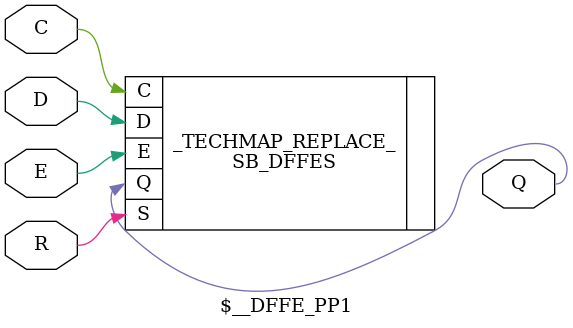
<source format=v>
module  \$_DFF_N_ (input D, C, output Q); SB_DFFN _TECHMAP_REPLACE_ (.D(D), .Q(Q), .C(C)); endmodule
module  \$_DFF_P_ (input D, C, output Q); SB_DFF  _TECHMAP_REPLACE_ (.D(D), .Q(Q), .C(C)); endmodule

module  \$_DFFE_NN_ (input D, C, E, output Q); SB_DFFNE _TECHMAP_REPLACE_ (.D(D), .Q(Q), .C(C), .E(!E)); endmodule
module  \$_DFFE_PN_ (input D, C, E, output Q); SB_DFFE  _TECHMAP_REPLACE_ (.D(D), .Q(Q), .C(C), .E(!E)); endmodule

module  \$_DFFE_NP_ (input D, C, E, output Q); SB_DFFNE _TECHMAP_REPLACE_ (.D(D), .Q(Q), .C(C), .E(E)); endmodule
module  \$_DFFE_PP_ (input D, C, E, output Q); SB_DFFE  _TECHMAP_REPLACE_ (.D(D), .Q(Q), .C(C), .E(E)); endmodule

module  \$_DFF_NN0_ (input D, C, R, output Q); SB_DFFNR _TECHMAP_REPLACE_ (.D(D), .Q(Q), .C(C), .R(!R)); endmodule
module  \$_DFF_NN1_ (input D, C, R, output Q); SB_DFFNS _TECHMAP_REPLACE_ (.D(D), .Q(Q), .C(C), .S(!R)); endmodule
module  \$_DFF_PN0_ (input D, C, R, output Q); SB_DFFR  _TECHMAP_REPLACE_ (.D(D), .Q(Q), .C(C), .R(!R)); endmodule
module  \$_DFF_PN1_ (input D, C, R, output Q); SB_DFFS  _TECHMAP_REPLACE_ (.D(D), .Q(Q), .C(C), .S(!R)); endmodule

module  \$_DFF_NP0_ (input D, C, R, output Q); SB_DFFNR _TECHMAP_REPLACE_ (.D(D), .Q(Q), .C(C), .R(R)); endmodule
module  \$_DFF_NP1_ (input D, C, R, output Q); SB_DFFNS _TECHMAP_REPLACE_ (.D(D), .Q(Q), .C(C), .S(R)); endmodule
module  \$_DFF_PP0_ (input D, C, R, output Q); SB_DFFR  _TECHMAP_REPLACE_ (.D(D), .Q(Q), .C(C), .R(R)); endmodule
module  \$_DFF_PP1_ (input D, C, R, output Q); SB_DFFS  _TECHMAP_REPLACE_ (.D(D), .Q(Q), .C(C), .S(R)); endmodule

module  \$__DFFE_NN0 (input D, C, E, R, output Q); SB_DFFNER _TECHMAP_REPLACE_ (.D(D), .Q(Q), .C(C), .E(E), .R(!R)); endmodule
module  \$__DFFE_NN1 (input D, C, E, R, output Q); SB_DFFNES _TECHMAP_REPLACE_ (.D(D), .Q(Q), .C(C), .E(E), .S(!R)); endmodule
module  \$__DFFE_PN0 (input D, C, E, R, output Q); SB_DFFER  _TECHMAP_REPLACE_ (.D(D), .Q(Q), .C(C), .E(E), .R(!R)); endmodule
module  \$__DFFE_PN1 (input D, C, E, R, output Q); SB_DFFES  _TECHMAP_REPLACE_ (.D(D), .Q(Q), .C(C), .E(E), .S(!R)); endmodule

module  \$__DFFE_NP0 (input D, C, E, R, output Q); SB_DFFNER _TECHMAP_REPLACE_ (.D(D), .Q(Q), .C(C), .E(E), .R(R)); endmodule
module  \$__DFFE_NP1 (input D, C, E, R, output Q); SB_DFFNES _TECHMAP_REPLACE_ (.D(D), .Q(Q), .C(C), .E(E), .S(R)); endmodule
module  \$__DFFE_PP0 (input D, C, E, R, output Q); SB_DFFER  _TECHMAP_REPLACE_ (.D(D), .Q(Q), .C(C), .E(E), .R(R)); endmodule
module  \$__DFFE_PP1 (input D, C, E, R, output Q); SB_DFFES  _TECHMAP_REPLACE_ (.D(D), .Q(Q), .C(C), .E(E), .S(R)); endmodule

</source>
